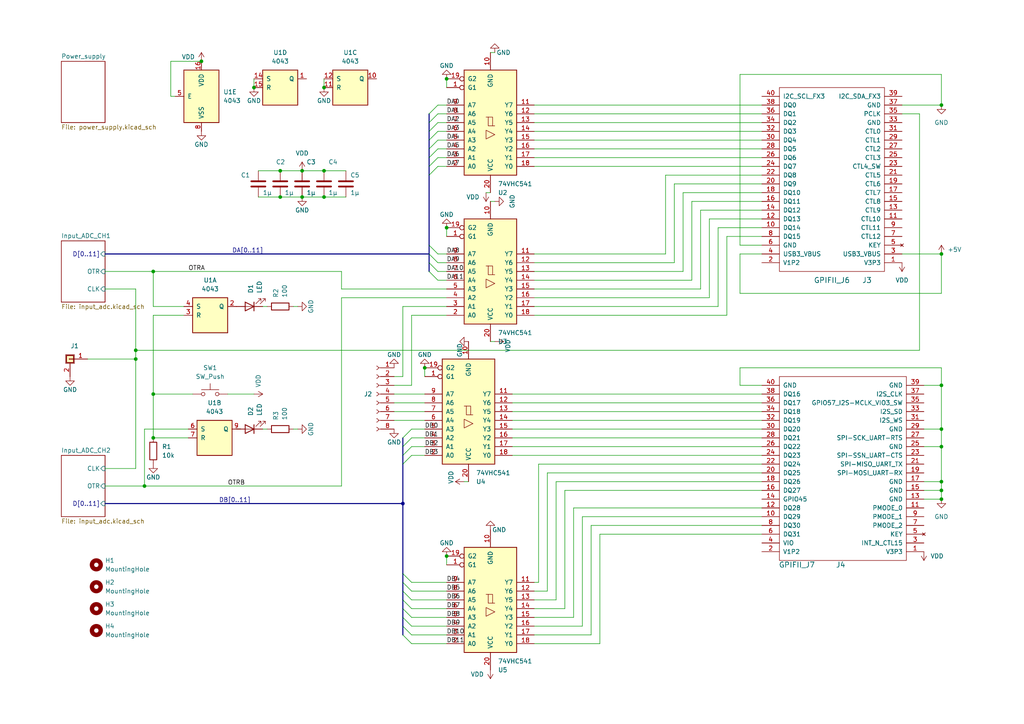
<source format=kicad_sch>
(kicad_sch (version 20230121) (generator eeschema)
  (paper "A4")
  (title_block (title "MISRC") (date "2023-11-22") (rev "0.0.5") (comment 1 "Digital Interface"))
  (lib_symbols
    (symbol "4043:4043" (pin_names (offset 1.016))
      (property "Reference" "U" (at -7.62 8.89 0))
      (property "Value" "4043" (at -7.62 -8.89 0))
      (symbol "4043_1_1"
        (rectangle (start -5.08 5.08) (end 5.08 -5.08) (stroke (width 0.254)) (fill (type background)))
        (pin output line (at 7.62 2.54 180) (length 2.54) (name "Q") (number "2"))
        (pin input line (at -7.62 0 0) (length 2.54) (name "R") (number "3"))
        (pin input line (at -7.62 2.54 0) (length 2.54) (name "S") (number "4"))
      )
      (symbol "4043_2_1"
        (rectangle (start -5.08 5.08) (end 5.08 -5.08) (stroke (width 0.254)) (fill (type background)))
        (pin input line (at -7.62 2.54 0) (length 2.54) (name "S") (number "6"))
        (pin input line (at -7.62 0 0) (length 2.54) (name "R") (number "7"))
        (pin output line (at 7.62 2.54 180) (length 2.54) (name "Q") (number "9"))
      )
      (symbol "4043_3_1"
        (rectangle (start -5.08 5.08) (end 5.08 -5.08) (stroke (width 0.254)) (fill (type background)))
        (pin output line (at 7.62 2.54 180) (length 2.54) (name "Q") (number "10"))
        (pin input line (at -7.62 0 0) (length 2.54) (name "R") (number "11"))
        (pin input line (at -7.62 2.54 0) (length 2.54) (name "S") (number "12"))
      )
      (symbol "4043_4_1"
        (rectangle (start -5.08 5.08) (end 5.08 -5.08) (stroke (width 0.254)) (fill (type background)))
        (pin output line (at 7.62 2.54 180) (length 2.54) (name "Q") (number "1"))
        (pin input line (at -7.62 2.54 0) (length 2.54) (name "S") (number "14"))
        (pin input line (at -7.62 0 0) (length 2.54) (name "R") (number "15"))
      )
      (symbol "4043_5_0"
        (pin power_in line (at 0 10.16 270) (length 2.54) (name "VDD") (number "16"))
        (pin input line (at -7.62 0 0) (length 2.54) (name "E") (number "5"))
        (pin power_in line (at 0 -10.16 90) (length 2.54) (name "VSS") (number "8"))
      )
      (symbol "4043_5_1"
        (rectangle (start -5.08 7.62) (end 5.08 -7.62) (stroke (width 0.254)) (fill (type background)))
      )
    )
    (symbol "74xx:74LS541" (pin_names (offset 1.016))
      (property "Reference" "U" (at -7.62 16.51 0))
      (property "Value" "74LS541" (at -7.62 -16.51 0))
      (symbol "74LS541_1_0"
        (polyline (pts (xy -0.635 -1.6002) (xy -0.635 0.9398) (xy 0.635 0.9398)))
        (polyline (pts (xy -1.27 -1.6002) (xy 0.635 -1.6002) (xy 0.635 0.9398) (xy 1.27 0.9398)))
        (polyline (pts (xy 1.27 3.4798) (xy -1.27 4.7498) (xy -1.27 2.2098) (xy 1.27 3.4798)) (stroke (width 0.1524)))
        (pin input inverted (at -12.7 -10.16 0) (length 5.08) (name "G1") (number "1"))
        (pin power_in line (at 0 -20.32 90) (length 5.08) (name "GND") (number "10"))
        (pin tri_state line (at 12.7 -5.08 180) (length 5.08) (name "Y7") (number "11"))
        (pin tri_state line (at 12.7 -2.54 180) (length 5.08) (name "Y6") (number "12"))
        (pin tri_state line (at 12.7 0 180) (length 5.08) (name "Y5") (number "13"))
        (pin tri_state line (at 12.7 2.54 180) (length 5.08) (name "Y4") (number "14"))
        (pin tri_state line (at 12.7 5.08 180) (length 5.08) (name "Y3") (number "15"))
        (pin tri_state line (at 12.7 7.62 180) (length 5.08) (name "Y2") (number "16"))
        (pin tri_state line (at 12.7 10.16 180) (length 5.08) (name "Y1") (number "17"))
        (pin tri_state line (at 12.7 12.7 180) (length 5.08) (name "Y0") (number "18"))
        (pin input inverted (at -12.7 -12.7 0) (length 5.08) (name "G2") (number "19"))
        (pin input line (at -12.7 12.7 0) (length 5.08) (name "A0") (number "2"))
        (pin power_in line (at 0 20.32 270) (length 5.08) (name "VCC") (number "20"))
        (pin input line (at -12.7 10.16 0) (length 5.08) (name "A1") (number "3"))
        (pin input line (at -12.7 7.62 0) (length 5.08) (name "A2") (number "4"))
        (pin input line (at -12.7 5.08 0) (length 5.08) (name "A3") (number "5"))
        (pin input line (at -12.7 2.54 0) (length 5.08) (name "A4") (number "6"))
        (pin input line (at -12.7 0 0) (length 5.08) (name "A5") (number "7"))
        (pin input line (at -12.7 -2.54 0) (length 5.08) (name "A6") (number "8"))
        (pin input line (at -12.7 -5.08 0) (length 5.08) (name "A7") (number "9"))
      )
      (symbol "74LS541_1_1"
        (rectangle (start -7.62 15.24) (end 7.62 -15.24) (stroke (width 0.254)) (fill (type background)))
      )
    )
    (symbol "Connector:Conn_01x08_Socket" (pin_names (offset 1.016) hide)
      (property "Reference" "J" (at 0 10.16 0))
      (property "Value" "Conn_01x08_Socket" (at 0 -12.7 0))
      (symbol "Conn_01x08_Socket_1_1"
        (arc (start 0 -9.652) (mid -0.5058 -10.16) (end 0 -10.668) (stroke (width 0.1524)))
        (arc (start 0 -7.112) (mid -0.5058 -7.62) (end 0 -8.128) (stroke (width 0.1524)))
        (arc (start 0 -4.572) (mid -0.5058 -5.08) (end 0 -5.588) (stroke (width 0.1524)))
        (arc (start 0 -2.032) (mid -0.5058 -2.54) (end 0 -3.048) (stroke (width 0.1524)))
        (polyline (pts (xy -1.27 -10.16) (xy -0.508 -10.16)) (stroke (width 0.1524)))
        (polyline (pts (xy -1.27 -7.62) (xy -0.508 -7.62)) (stroke (width 0.1524)))
        (polyline (pts (xy -1.27 -5.08) (xy -0.508 -5.08)) (stroke (width 0.1524)))
        (polyline (pts (xy -1.27 -2.54) (xy -0.508 -2.54)) (stroke (width 0.1524)))
        (polyline (pts (xy -1.27 0) (xy -0.508 0)) (stroke (width 0.1524)))
        (polyline (pts (xy -1.27 2.54) (xy -0.508 2.54)) (stroke (width 0.1524)))
        (polyline (pts (xy -1.27 5.08) (xy -0.508 5.08)) (stroke (width 0.1524)))
        (polyline (pts (xy -1.27 7.62) (xy -0.508 7.62)) (stroke (width 0.1524)))
        (arc (start 0 0.508) (mid -0.5058 0) (end 0 -0.508) (stroke (width 0.1524)))
        (arc (start 0 3.048) (mid -0.5058 2.54) (end 0 2.032) (stroke (width 0.1524)))
        (arc (start 0 5.588) (mid -0.5058 5.08) (end 0 4.572) (stroke (width 0.1524)))
        (arc (start 0 8.128) (mid -0.5058 7.62) (end 0 7.112) (stroke (width 0.1524)))
        (pin passive line (at -5.08 7.62 0) (length 3.81) (name "Pin_1") (number "1"))
        (pin passive line (at -5.08 5.08 0) (length 3.81) (name "Pin_2") (number "2"))
        (pin passive line (at -5.08 2.54 0) (length 3.81) (name "Pin_3") (number "3"))
        (pin passive line (at -5.08 0 0) (length 3.81) (name "Pin_4") (number "4"))
        (pin passive line (at -5.08 -2.54 0) (length 3.81) (name "Pin_5") (number "5"))
        (pin passive line (at -5.08 -5.08 0) (length 3.81) (name "Pin_6") (number "6"))
        (pin passive line (at -5.08 -7.62 0) (length 3.81) (name "Pin_7") (number "7"))
        (pin passive line (at -5.08 -10.16 0) (length 3.81) (name "Pin_8") (number "8"))
      )
    )
    (symbol "Connector_Generic_Shielded:Conn_01x01_Shielded" (pin_names (offset 1.016) hide)
      (property "Reference" "J1" (at -2.54 3.81 0))
      (symbol "Conn_01x01_Shielded_1_1"
        (rectangle (start -1.27 1.27) (end 1.27 -1.27) (stroke (width 0.1524)))
        (rectangle (start -1.016 0.127) (end 0.254 -0.127) (stroke (width 0.1524)))
        (rectangle (start -1.016 1.016) (end 1.016 -1.016) (stroke (width 0.254)) (fill (type background)))
        (pin passive line (at -5.08 0 0) (length 4.064) (name "Pin_1") (number "1"))
        (pin passive line (at 0 -5.08 90) (length 3.81) (name "Shield") (number "2"))
      )
    )
    (symbol "Device:C" (pin_numbers hide) (pin_names (offset 0.254))
      (property "Reference" "C" (at 0.635 2.54 0))
      (property "Value" "C" (at 0.635 -2.54 0))
      (symbol "C_0_1"
        (polyline (pts (xy -2.032 -0.762) (xy 2.032 -0.762)) (stroke (width 0.508)))
        (polyline (pts (xy -2.032 0.762) (xy 2.032 0.762)) (stroke (width 0.508)))
      )
      (symbol "C_1_1"
        (pin passive line (at 0 3.81 270) (length 2.794) (name "~") (number "1"))
        (pin passive line (at 0 -3.81 90) (length 2.794) (name "~") (number "2"))
      )
    )
    (symbol "Device:LED" (pin_numbers hide) (pin_names (offset 1.016) hide)
      (property "Reference" "D" (at 0 2.54 0))
      (property "Value" "LED" (at 0 -2.54 0))
      (symbol "LED_0_1"
        (polyline (pts (xy -1.27 -1.27) (xy -1.27 1.27)) (stroke (width 0.254)))
        (polyline (pts (xy -1.27 0) (xy 1.27 0)))
        (polyline (pts (xy 1.27 -1.27) (xy 1.27 1.27) (xy -1.27 0) (xy 1.27 -1.27)) (stroke (width 0.254)))
        (polyline (pts (xy -3.048 -0.762) (xy -4.572 -2.286) (xy -3.81 -2.286) (xy -4.572 -2.286) (xy -4.572 -1.524)))
        (polyline (pts (xy -1.778 -0.762) (xy -3.302 -2.286) (xy -2.54 -2.286) (xy -3.302 -2.286) (xy -3.302 -1.524)))
      )
      (symbol "LED_1_1"
        (pin passive line (at -3.81 0 0) (length 2.54) (name "K") (number "1"))
        (pin passive line (at 3.81 0 180) (length 2.54) (name "A") (number "2"))
      )
    )
    (symbol "Device:R" (pin_numbers hide) (pin_names (offset 0))
      (property "Reference" "R" (at 2.032 0 90))
      (property "Value" "R" (at 0 0 90))
      (symbol "R_0_1"
        (rectangle (start -1.016 -2.54) (end 1.016 2.54) (stroke (width 0.254)))
      )
      (symbol "R_1_1"
        (pin passive line (at 0 3.81 270) (length 1.27) (name "~") (number "1"))
        (pin passive line (at 0 -3.81 90) (length 1.27) (name "~") (number "2"))
      )
    )
    (symbol "Mechanical:MountingHole" (pin_names (offset 1.016))
      (property "Reference" "H" (at 0 5.08 0))
      (property "Value" "MountingHole" (at 0 3.175 0))
      (symbol "MountingHole_0_1"
        (circle (center 0 0) (radius 1.27) (stroke (width 1.27)))
      )
    )
    (symbol "Switch:SW_Push" (pin_numbers hide) (pin_names (offset 1.016) hide)
      (property "Reference" "SW" (at 1.27 2.54 0))
      (property "Value" "SW_Push" (at 0 -1.524 0))
      (symbol "SW_Push_0_1"
        (circle (center -2.032 0) (radius 0.508))
        (polyline (pts (xy 0 1.27) (xy 0 3.048)))
        (polyline (pts (xy 2.54 1.27) (xy -2.54 1.27)))
        (circle (center 2.032 0) (radius 0.508))
        (pin passive line (at -5.08 0 0) (length 2.54) (name "1") (number "1"))
        (pin passive line (at 5.08 0 180) (length 2.54) (name "2") (number "2"))
      )
    )
    (symbol "gpifii_j6:GPIFII_J6" (pin_names (offset 1.016))
      (property "Reference" "J" (at -13.97 26.67 0))
      (property "Value" "GPIFII_J6" (at -10.16 -29.21 0))
      (symbol "GPIFII_J6_0_1"
        (rectangle (start -15.24 25.4) (end 15.24 -27.94))
      )
      (symbol "GPIFII_J6_1_1"
        (pin power_in line (at -20.32 22.86 0) (length 5.08) (name "V3P3") (number "1"))
        (pin bidirectional line (at 20.32 12.7 180) (length 5.08) (name "DQ14") (number "10"))
        (pin bidirectional line (at -20.32 10.16 0) (length 5.08) (name "CTL10") (number "11"))
        (pin bidirectional line (at 20.32 10.16 180) (length 5.08) (name "DQ13") (number "12"))
        (pin bidirectional line (at -20.32 7.62 0) (length 5.08) (name "CTL9") (number "13"))
        (pin bidirectional line (at 20.32 7.62 180) (length 5.08) (name "DQ12") (number "14"))
        (pin bidirectional line (at -20.32 5.08 0) (length 5.08) (name "CTL8") (number "15"))
        (pin bidirectional line (at 20.32 5.08 180) (length 5.08) (name "DQ11") (number "16"))
        (pin bidirectional line (at -20.32 2.54 0) (length 5.08) (name "CTL7") (number "17"))
        (pin bidirectional line (at 20.32 2.54 180) (length 5.08) (name "DQ10") (number "18"))
        (pin bidirectional line (at -20.32 0 0) (length 5.08) (name "CTL6") (number "19"))
        (pin power_out line (at 20.32 22.86 180) (length 5.08) (name "V1P2") (number "2"))
        (pin bidirectional line (at 20.32 0 180) (length 5.08) (name "DQ9") (number "20"))
        (pin bidirectional line (at -20.32 -2.54 0) (length 5.08) (name "CTL5") (number "21"))
        (pin bidirectional line (at 20.32 -2.54 180) (length 5.08) (name "DQ8") (number "22"))
        (pin bidirectional line (at -20.32 -5.08 0) (length 5.08) (name "CTL4_SW") (number "23"))
        (pin bidirectional line (at 20.32 -5.08 180) (length 5.08) (name "DQ7") (number "24"))
        (pin bidirectional line (at -20.32 -7.62 0) (length 5.08) (name "CTL3") (number "25"))
        (pin bidirectional line (at 20.32 -7.62 180) (length 5.08) (name "DQ6") (number "26"))
        (pin bidirectional line (at -20.32 -10.16 0) (length 5.08) (name "CTL2") (number "27"))
        (pin bidirectional line (at 20.32 -10.16 180) (length 5.08) (name "DQ5") (number "28"))
        (pin bidirectional line (at -20.32 -12.7 0) (length 5.08) (name "CTL1") (number "29"))
        (pin power_in line (at -20.32 20.32 0) (length 5.08) (name "USB3_VBUS") (number "3"))
        (pin bidirectional line (at 20.32 -12.7 180) (length 5.08) (name "DQ4") (number "30"))
        (pin bidirectional line (at -20.32 -15.24 0) (length 5.08) (name "CTL0") (number "31"))
        (pin bidirectional line (at 20.32 -15.24 180) (length 5.08) (name "DQ3") (number "32"))
        (pin power_in line (at -20.32 -17.78 0) (length 5.08) (name "GND") (number "33"))
        (pin bidirectional line (at 20.32 -17.78 180) (length 5.08) (name "DQ2") (number "34"))
        (pin bidirectional line (at -20.32 -20.32 0) (length 5.08) (name "PCLK") (number "35"))
        (pin bidirectional line (at 20.32 -20.32 180) (length 5.08) (name "DQ1") (number "36"))
        (pin power_in line (at -20.32 -22.86 0) (length 5.08) (name "GND") (number "37"))
        (pin bidirectional line (at 20.32 -22.86 180) (length 5.08) (name "DQ0") (number "38"))
        (pin bidirectional line (at -20.32 -25.4 0) (length 5.08) (name "I2C_SDA_FX3") (number "39"))
        (pin power_in line (at 20.32 20.32 180) (length 5.08) (name "USB3_VBUS") (number "4"))
        (pin bidirectional line (at 20.32 -25.4 180) (length 5.08) (name "I2C_SCL_FX3") (number "40"))
        (pin no_connect line (at -20.32 17.78 0) (length 5.08) (name "KEY") (number "5"))
        (pin power_in line (at 20.32 17.78 180) (length 5.08) (name "GND") (number "6"))
        (pin bidirectional line (at -20.32 15.24 0) (length 5.08) (name "CTL12") (number "7"))
        (pin bidirectional line (at 20.32 15.24 180) (length 5.08) (name "DQ15") (number "8"))
        (pin bidirectional line (at -20.32 12.7 0) (length 5.08) (name "CTL11") (number "9"))
      )
    )
    (symbol "gpifii_j7:GPIFII_J7" (pin_names (offset 1.016))
      (property "Reference" "J" (at -17.78 26.67 0))
      (property "Value" "GPIFII_J7" (at -13.97 -29.21 0))
      (symbol "GPIFII_J7_0_1"
        (rectangle (start -19.05 25.4) (end 17.78 -27.94))
      )
      (symbol "GPIFII_J7_1_1"
        (pin power_in line (at -24.13 22.86 0) (length 5.08) (name "V3P3") (number "1"))
        (pin bidirectional line (at 22.86 12.7 180) (length 5.08) (name "DQ29") (number "10"))
        (pin bidirectional line (at -24.13 10.16 0) (length 5.08) (name "PMODE_0") (number "11"))
        (pin bidirectional line (at 22.86 10.16 180) (length 5.08) (name "DQ28") (number "12"))
        (pin power_in line (at -24.13 7.62 0) (length 5.08) (name "GND") (number "13"))
        (pin bidirectional line (at 22.86 7.62 180) (length 5.08) (name "GPIO45") (number "14"))
        (pin power_in line (at -24.13 5.08 0) (length 5.08) (name "GND") (number "15"))
        (pin bidirectional line (at 22.86 5.08 180) (length 5.08) (name "DQ27") (number "16"))
        (pin power_in line (at -24.13 2.54 0) (length 5.08) (name "GND") (number "17"))
        (pin bidirectional line (at 22.86 2.54 180) (length 5.08) (name "DQ26") (number "18"))
        (pin bidirectional line (at -24.13 0 0) (length 5.08) (name "SPI-MOSI_UART-RX") (number "19"))
        (pin power_in line (at 22.86 22.86 180) (length 5.08) (name "V1P2") (number "2"))
        (pin bidirectional line (at 22.86 0 180) (length 5.08) (name "DQ25") (number "20"))
        (pin bidirectional line (at -24.13 -2.54 0) (length 5.08) (name "SPI-MISO_UART_TX") (number "21"))
        (pin bidirectional line (at 22.86 -2.54 180) (length 5.08) (name "DQ24") (number "22"))
        (pin bidirectional line (at -24.13 -5.08 0) (length 5.08) (name "SPI-SSN_UART-CTS") (number "23"))
        (pin bidirectional line (at 22.86 -5.08 180) (length 5.08) (name "DQ23") (number "24"))
        (pin power_in line (at -24.13 -7.62 0) (length 5.08) (name "GND") (number "25"))
        (pin bidirectional line (at 22.86 -7.62 180) (length 5.08) (name "DQ22") (number "26"))
        (pin bidirectional line (at -24.13 -10.16 0) (length 5.08) (name "SPI-SCK_UART-RTS") (number "27"))
        (pin bidirectional line (at 22.86 -10.16 180) (length 5.08) (name "DQ21") (number "28"))
        (pin power_in line (at -24.13 -12.7 0) (length 5.08) (name "GND") (number "29"))
        (pin bidirectional line (at -24.13 20.32 0) (length 5.08) (name "INT_N_CTL15") (number "3"))
        (pin bidirectional line (at 22.86 -12.7 180) (length 5.08) (name "DQ20") (number "30"))
        (pin bidirectional line (at -24.13 -15.24 0) (length 5.08) (name "I2S_WS") (number "31"))
        (pin bidirectional line (at 22.86 -15.24 180) (length 5.08) (name "DQ19") (number "32"))
        (pin bidirectional line (at -24.13 -17.78 0) (length 5.08) (name "I2S_SD") (number "33"))
        (pin bidirectional line (at 22.86 -17.78 180) (length 5.08) (name "DQ18") (number "34"))
        (pin bidirectional line (at -24.13 -20.32 0) (length 5.08) (name "GPIO57_I2S-MCLK_VIO3_SW") (number "35"))
        (pin bidirectional line (at 22.86 -20.32 180) (length 5.08) (name "DQ17") (number "36"))
        (pin bidirectional line (at -24.13 -22.86 0) (length 5.08) (name "I2S_CLK") (number "37"))
        (pin bidirectional line (at 22.86 -22.86 180) (length 5.08) (name "DQ16") (number "38"))
        (pin power_in line (at -24.13 -25.4 0) (length 5.08) (name "GND") (number "39"))
        (pin power_out line (at 22.86 20.32 180) (length 5.08) (name "VIO") (number "4"))
        (pin power_in line (at 22.86 -25.4 180) (length 5.08) (name "GND") (number "40"))
        (pin no_connect line (at -24.13 17.78 0) (length 5.08) (name "KEY") (number "5"))
        (pin bidirectional line (at 22.86 17.78 180) (length 5.08) (name "DQ31") (number "6"))
        (pin bidirectional line (at -24.13 15.24 0) (length 5.08) (name "PMODE_2") (number "7"))
        (pin bidirectional line (at 22.86 15.24 180) (length 5.08) (name "DQ30") (number "8"))
        (pin bidirectional line (at -24.13 12.7 0) (length 5.08) (name "PMODE_1") (number "9"))
      )
    )
    (symbol "power:+5V" (power) (pin_names (offset 0))
      (property "Value" "+5V" (at 0 3.556 0))
      (symbol "+5V_0_1"
        (polyline (pts (xy -0.762 1.27) (xy 0 2.54)))
        (polyline (pts (xy 0 0) (xy 0 2.54)))
        (polyline (pts (xy 0 2.54) (xy 0.762 1.27)))
      )
      (symbol "+5V_1_1"
        (pin power_in line (at 0 0 90) (length 0) hide (name "+5V") (number "1"))
      )
    )
    (symbol "power:GND" (power) (pin_names (offset 0))
      (property "Value" "GND" (at 0 -3.81 0))
      (symbol "GND_0_1"
        (polyline (pts (xy 0 0) (xy 0 -1.27) (xy 1.27 -1.27) (xy 0 -2.54) (xy -1.27 -1.27) (xy 0 -1.27)))
      )
      (symbol "GND_1_1"
        (pin power_in line (at 0 0 270) (length 0) hide (name "GND") (number "1"))
      )
    )
    (symbol "power:VDD" (power) (pin_names (offset 0))
      (property "Value" "VDD" (at 0 3.81 0))
      (symbol "VDD_0_1"
        (polyline (pts (xy -0.762 1.27) (xy 0 2.54)))
        (polyline (pts (xy 0 0) (xy 0 2.54)))
        (polyline (pts (xy 0 2.54) (xy 0.762 1.27)))
      )
      (symbol "VDD_1_1"
        (pin power_in line (at 0 0 90) (length 0) hide (name "VDD") (number "1"))
      )
    )
  )
  (junction (at 44.45 78.74))
  (junction (at 273.05 111.76))
  (junction (at 39.37 101.6))
  (junction (at 87.63 57.15))
  (junction (at 81.28 49.53))
  (junction (at 129.54 161.29))
  (junction (at 39.37 104.14))
  (junction (at 93.98 57.15))
  (junction (at 273.05 144.78))
  (junction (at 73.66 25.4))
  (junction (at 123.19 106.68))
  (junction (at 58.42 17.78))
  (junction (at 116.84 146.05))
  (junction (at 129.54 22.86))
  (junction (at 44.45 127))
  (junction (at 129.54 66.04))
  (junction (at 273.05 129.54))
  (junction (at 93.98 49.53))
  (junction (at 273.05 30.48))
  (junction (at 87.63 49.53))
  (junction (at 93.98 25.4))
  (junction (at 44.45 114.3))
  (junction (at 81.28 57.15))
  (junction (at 273.05 142.24))
  (junction (at 273.05 139.7))
  (junction (at 41.91 140.97))
  (junction (at 273.05 73.66))
  (junction (at 273.05 124.46))
  (bus_entry (at 124.46 43.18) (size 2.54 -2.54))
  (bus_entry (at 116.84 134.62) (size 2.54 -2.54))
  (bus_entry (at 116.84 132.08) (size 2.54 -2.54))
  (bus_entry (at 116.84 171.45) (size 2.54 2.54))
  (bus_entry (at 124.46 50.8) (size 2.54 -2.54))
  (bus_entry (at 116.84 129.54) (size 2.54 -2.54))
  (bus_entry (at 124.46 73.66) (size 2.54 2.54))
  (bus_entry (at 116.84 176.53) (size 2.54 2.54))
  (bus_entry (at 116.84 184.15) (size 2.54 2.54))
  (bus_entry (at 124.46 38.1) (size 2.54 -2.54))
  (bus_entry (at 124.46 78.74) (size 2.54 2.54))
  (bus_entry (at 124.46 35.56) (size 2.54 -2.54))
  (bus_entry (at 124.46 71.12) (size 2.54 2.54))
  (bus_entry (at 116.84 179.07) (size 2.54 2.54))
  (bus_entry (at 124.46 48.26) (size 2.54 -2.54))
  (bus_entry (at 116.84 166.37) (size 2.54 2.54))
  (bus_entry (at 116.84 168.91) (size 2.54 2.54))
  (bus_entry (at 124.46 33.02) (size 2.54 -2.54))
  (bus_entry (at 116.84 173.99) (size 2.54 2.54))
  (bus_entry (at 124.46 45.72) (size 2.54 -2.54))
  (bus_entry (at 116.84 127) (size 2.54 -2.54))
  (bus_entry (at 124.46 40.64) (size 2.54 -2.54))
  (bus_entry (at 116.84 181.61) (size 2.54 2.54))
  (bus_entry (at 124.46 76.2) (size 2.54 2.54))
  (wire (pts (xy 195.58 53.34) (xy 195.58 76.2)))
  (wire (pts (xy 220.98 147.32) (xy 166.37 147.32)))
  (wire (pts (xy 203.2 60.96) (xy 220.98 60.96)))
  (wire (pts (xy 127 73.66) (xy 129.54 73.66)))
  (wire (pts (xy 116.84 88.9) (xy 116.84 109.22)))
  (wire (pts (xy 148.59 119.38) (xy 220.98 119.38)))
  (wire (pts (xy 273.05 111.76) (xy 267.97 111.76)))
  (wire (pts (xy 87.63 57.15) (xy 93.98 57.15)))
  (wire (pts (xy 73.66 22.86) (xy 73.66 25.4)))
  (wire (pts (xy 143.51 58.42) (xy 142.24 58.42)))
  (bus (pts (xy 116.84 173.99) (xy 116.84 176.53)))
  (wire (pts (xy 171.45 152.4) (xy 171.45 184.15)))
  (bus (pts (xy 124.46 38.1) (xy 124.46 40.64)))
  (wire (pts (xy 203.2 60.96) (xy 203.2 83.82)))
  (wire (pts (xy 129.54 163.83) (xy 129.54 161.29)))
  (wire (pts (xy 116.84 109.22) (xy 114.3 109.22)))
  (wire (pts (xy 154.94 176.53) (xy 163.83 176.53)))
  (bus (pts (xy 116.84 179.07) (xy 116.84 181.61)))
  (wire (pts (xy 261.62 30.48) (xy 273.05 30.48)))
  (wire (pts (xy 161.29 139.7) (xy 161.29 173.99)))
  (wire (pts (xy 116.84 88.9) (xy 129.54 88.9)))
  (wire (pts (xy 261.62 33.02) (xy 266.7 33.02)))
  (wire (pts (xy 127 40.64) (xy 129.54 40.64)))
  (wire (pts (xy 154.94 88.9) (xy 208.28 88.9)))
  (wire (pts (xy 114.3 114.3) (xy 123.19 114.3)))
  (wire (pts (xy 114.3 111.76) (xy 119.38 111.76)))
  (wire (pts (xy 273.05 129.54) (xy 273.05 124.46)))
  (wire (pts (xy 154.94 73.66) (xy 193.04 73.66)))
  (wire (pts (xy 30.48 140.97) (xy 41.91 140.97)))
  (bus (pts (xy 124.46 43.18) (xy 124.46 45.72)))
  (wire (pts (xy 119.38 176.53) (xy 129.54 176.53)))
  (wire (pts (xy 54.61 124.46) (xy 41.91 124.46)))
  (wire (pts (xy 154.94 83.82) (xy 203.2 83.82)))
  (wire (pts (xy 119.38 129.54) (xy 123.19 129.54)))
  (bus (pts (xy 116.84 129.54) (xy 116.84 132.08)))
  (wire (pts (xy 114.3 121.92) (xy 123.19 121.92)))
  (wire (pts (xy 140.97 55.88) (xy 142.24 55.88)))
  (wire (pts (xy 85.09 88.9) (xy 86.36 88.9)))
  (wire (pts (xy 76.2 88.9) (xy 77.47 88.9)))
  (wire (pts (xy 39.37 135.89) (xy 39.37 104.14)))
  (wire (pts (xy 66.04 114.3) (xy 73.66 114.3)))
  (wire (pts (xy 129.54 25.4) (xy 129.54 22.86)))
  (wire (pts (xy 87.63 49.53) (xy 93.98 49.53)))
  (wire (pts (xy 154.94 38.1) (xy 220.98 38.1)))
  (wire (pts (xy 41.91 140.97) (xy 99.06 140.97)))
  (wire (pts (xy 154.94 45.72) (xy 220.98 45.72)))
  (wire (pts (xy 127 81.28) (xy 129.54 81.28)))
  (wire (pts (xy 99.06 83.82) (xy 99.06 78.74)))
  (wire (pts (xy 44.45 78.74) (xy 44.45 88.9)))
  (wire (pts (xy 154.94 181.61) (xy 168.91 181.61)))
  (wire (pts (xy 69.85 124.46) (xy 68.58 124.46)))
  (wire (pts (xy 161.29 139.7) (xy 220.98 139.7)))
  (wire (pts (xy 30.48 78.74) (xy 44.45 78.74)))
  (bus (pts (xy 116.84 127) (xy 116.84 129.54)))
  (wire (pts (xy 119.38 171.45) (xy 129.54 171.45)))
  (wire (pts (xy 127 45.72) (xy 129.54 45.72)))
  (wire (pts (xy 154.94 91.44) (xy 210.82 91.44)))
  (wire (pts (xy 154.94 48.26) (xy 220.98 48.26)))
  (bus (pts (xy 116.84 134.62) (xy 116.84 146.05)))
  (wire (pts (xy 74.93 49.53) (xy 81.28 49.53)))
  (wire (pts (xy 214.63 73.66) (xy 220.98 73.66)))
  (wire (pts (xy 173.99 154.94) (xy 173.99 186.69)))
  (wire (pts (xy 49.53 17.78) (xy 58.42 17.78)))
  (wire (pts (xy 273.05 111.76) (xy 273.05 106.68)))
  (wire (pts (xy 214.63 71.12) (xy 220.98 71.12)))
  (wire (pts (xy 30.48 83.82) (xy 39.37 83.82)))
  (wire (pts (xy 158.75 137.16) (xy 158.75 171.45)))
  (wire (pts (xy 119.38 181.61) (xy 129.54 181.61)))
  (bus (pts (xy 124.46 71.12) (xy 124.46 73.66)))
  (wire (pts (xy 163.83 142.24) (xy 220.98 142.24)))
  (wire (pts (xy 214.63 85.09) (xy 214.63 73.66)))
  (wire (pts (xy 200.66 58.42) (xy 200.66 81.28)))
  (bus (pts (xy 116.84 168.91) (xy 116.84 171.45)))
  (wire (pts (xy 142.24 99.06) (xy 143.51 99.06)))
  (wire (pts (xy 210.82 68.58) (xy 220.98 68.58)))
  (wire (pts (xy 210.82 68.58) (xy 210.82 91.44)))
  (wire (pts (xy 195.58 53.34) (xy 220.98 53.34)))
  (wire (pts (xy 81.28 49.53) (xy 87.63 49.53)))
  (wire (pts (xy 156.21 168.91) (xy 154.94 168.91)))
  (wire (pts (xy 214.63 111.76) (xy 220.98 111.76)))
  (wire (pts (xy 148.59 116.84) (xy 220.98 116.84)))
  (wire (pts (xy 119.38 186.69) (xy 129.54 186.69)))
  (wire (pts (xy 99.06 140.97) (xy 99.06 86.36)))
  (wire (pts (xy 267.97 144.78) (xy 273.05 144.78)))
  (wire (pts (xy 154.94 30.48) (xy 220.98 30.48)))
  (wire (pts (xy 154.94 43.18) (xy 220.98 43.18)))
  (bus (pts (xy 116.84 132.08) (xy 116.84 134.62)))
  (wire (pts (xy 25.4 104.14) (xy 39.37 104.14)))
  (wire (pts (xy 148.59 129.54) (xy 220.98 129.54)))
  (wire (pts (xy 200.66 58.42) (xy 220.98 58.42)))
  (wire (pts (xy 93.98 57.15) (xy 100.33 57.15)))
  (wire (pts (xy 154.94 35.56) (xy 220.98 35.56)))
  (wire (pts (xy 93.98 49.53) (xy 100.33 49.53)))
  (wire (pts (xy 220.98 152.4) (xy 171.45 152.4)))
  (wire (pts (xy 119.38 173.99) (xy 129.54 173.99)))
  (wire (pts (xy 148.59 127) (xy 220.98 127)))
  (wire (pts (xy 44.45 91.44) (xy 53.34 91.44)))
  (wire (pts (xy 44.45 114.3) (xy 55.88 114.3)))
  (wire (pts (xy 154.94 33.02) (xy 220.98 33.02)))
  (wire (pts (xy 76.2 124.46) (xy 77.47 124.46)))
  (wire (pts (xy 119.38 132.08) (xy 123.19 132.08)))
  (wire (pts (xy 193.04 50.8) (xy 220.98 50.8)))
  (wire (pts (xy 154.94 173.99) (xy 161.29 173.99)))
  (wire (pts (xy 273.05 139.7) (xy 267.97 139.7)))
  (wire (pts (xy 148.59 124.46) (xy 220.98 124.46)))
  (bus (pts (xy 116.84 171.45) (xy 116.84 173.99)))
  (bus (pts (xy 124.46 50.8) (xy 124.46 71.12)))
  (bus (pts (xy 116.84 181.61) (xy 116.84 184.15)))
  (bus (pts (xy 30.48 73.66) (xy 124.46 73.66)))
  (wire (pts (xy 266.7 33.02) (xy 266.7 101.6)))
  (wire (pts (xy 127 78.74) (xy 129.54 78.74)))
  (wire (pts (xy 154.94 78.74) (xy 198.12 78.74)))
  (wire (pts (xy 154.94 76.2) (xy 195.58 76.2)))
  (wire (pts (xy 163.83 142.24) (xy 163.83 176.53)))
  (wire (pts (xy 193.04 50.8) (xy 193.04 73.66)))
  (wire (pts (xy 99.06 86.36) (xy 129.54 86.36)))
  (wire (pts (xy 143.51 15.24) (xy 142.24 15.24)))
  (bus (pts (xy 124.46 40.64) (xy 124.46 43.18)))
  (wire (pts (xy 273.05 21.59) (xy 273.05 30.48)))
  (bus (pts (xy 116.84 166.37) (xy 116.84 168.91)))
  (wire (pts (xy 205.74 63.5) (xy 220.98 63.5)))
  (wire (pts (xy 127 76.2) (xy 129.54 76.2)))
  (bus (pts (xy 116.84 176.53) (xy 116.84 179.07)))
  (wire (pts (xy 39.37 83.82) (xy 39.37 101.6)))
  (wire (pts (xy 154.94 184.15) (xy 171.45 184.15)))
  (wire (pts (xy 220.98 149.86) (xy 168.91 149.86)))
  (wire (pts (xy 198.12 55.88) (xy 198.12 78.74)))
  (wire (pts (xy 208.28 66.04) (xy 208.28 88.9)))
  (wire (pts (xy 148.59 114.3) (xy 220.98 114.3)))
  (wire (pts (xy 81.28 57.15) (xy 87.63 57.15)))
  (bus (pts (xy 30.48 146.05) (xy 116.84 146.05)))
  (wire (pts (xy 148.59 121.92) (xy 220.98 121.92)))
  (wire (pts (xy 205.74 63.5) (xy 205.74 86.36)))
  (wire (pts (xy 220.98 66.04) (xy 208.28 66.04)))
  (wire (pts (xy 156.21 134.62) (xy 220.98 134.62)))
  (wire (pts (xy 214.63 21.59) (xy 273.05 21.59)))
  (wire (pts (xy 114.3 119.38) (xy 123.19 119.38)))
  (wire (pts (xy 166.37 147.32) (xy 166.37 179.07)))
  (wire (pts (xy 273.05 73.66) (xy 273.05 85.09)))
  (wire (pts (xy 127 35.56) (xy 129.54 35.56)))
  (wire (pts (xy 273.05 142.24) (xy 267.97 142.24)))
  (wire (pts (xy 127 30.48) (xy 129.54 30.48)))
  (bus (pts (xy 124.46 35.56) (xy 124.46 38.1)))
  (wire (pts (xy 119.38 91.44) (xy 129.54 91.44)))
  (wire (pts (xy 273.05 124.46) (xy 273.05 111.76)))
  (wire (pts (xy 93.98 22.86) (xy 93.98 25.4)))
  (wire (pts (xy 273.05 144.78) (xy 273.05 142.24)))
  (wire (pts (xy 154.94 186.69) (xy 173.99 186.69)))
  (wire (pts (xy 119.38 111.76) (xy 119.38 91.44)))
  (wire (pts (xy 74.93 57.15) (xy 81.28 57.15)))
  (wire (pts (xy 198.12 55.88) (xy 220.98 55.88)))
  (wire (pts (xy 154.94 81.28) (xy 200.66 81.28)))
  (wire (pts (xy 148.59 132.08) (xy 220.98 132.08)))
  (wire (pts (xy 154.94 40.64) (xy 220.98 40.64)))
  (wire (pts (xy 168.91 149.86) (xy 168.91 181.61)))
  (wire (pts (xy 39.37 135.89) (xy 30.48 135.89)))
  (wire (pts (xy 39.37 101.6) (xy 39.37 104.14)))
  (bus (pts (xy 116.84 146.05) (xy 116.84 166.37)))
  (wire (pts (xy 50.8 27.94) (xy 49.53 27.94)))
  (wire (pts (xy 41.91 124.46) (xy 41.91 140.97)))
  (wire (pts (xy 44.45 114.3) (xy 44.45 91.44)))
  (wire (pts (xy 49.53 27.94) (xy 49.53 17.78)))
  (wire (pts (xy 119.38 179.07) (xy 129.54 179.07)))
  (wire (pts (xy 214.63 85.09) (xy 273.05 85.09)))
  (wire (pts (xy 44.45 127) (xy 44.45 114.3)))
  (wire (pts (xy 154.94 86.36) (xy 205.74 86.36)))
  (wire (pts (xy 119.38 124.46) (xy 123.19 124.46)))
  (wire (pts (xy 273.05 142.24) (xy 273.05 139.7)))
  (bus (pts (xy 124.46 48.26) (xy 124.46 50.8)))
  (wire (pts (xy 127 33.02) (xy 129.54 33.02)))
  (wire (pts (xy 85.09 124.46) (xy 86.36 124.46)))
  (wire (pts (xy 261.62 73.66) (xy 273.05 73.66)))
  (wire (pts (xy 214.63 106.68) (xy 273.05 106.68)))
  (wire (pts (xy 134.62 139.7) (xy 135.89 139.7)))
  (wire (pts (xy 158.75 137.16) (xy 220.98 137.16)))
  (wire (pts (xy 119.38 127) (xy 123.19 127)))
  (wire (pts (xy 129.54 83.82) (xy 99.06 83.82)))
  (wire (pts (xy 129.54 68.58) (xy 129.54 66.04)))
  (wire (pts (xy 154.94 171.45) (xy 158.75 171.45)))
  (wire (pts (xy 173.99 154.94) (xy 220.98 154.94)))
  (wire (pts (xy 123.19 109.22) (xy 123.19 106.68)))
  (wire (pts (xy 44.45 88.9) (xy 53.34 88.9)))
  (wire (pts (xy 273.05 129.54) (xy 267.97 129.54)))
  (wire (pts (xy 119.38 168.91) (xy 129.54 168.91)))
  (wire (pts (xy 127 43.18) (xy 129.54 43.18)))
  (wire (pts (xy 127 38.1) (xy 129.54 38.1)))
  (wire (pts (xy 154.94 179.07) (xy 166.37 179.07)))
  (bus (pts (xy 124.46 33.02) (xy 124.46 35.56)))
  (wire (pts (xy 114.3 116.84) (xy 123.19 116.84)))
  (wire (pts (xy 156.21 134.62) (xy 156.21 168.91)))
  (wire (pts (xy 273.05 139.7) (xy 273.05 129.54)))
  (bus (pts (xy 124.46 73.66) (xy 124.46 76.2)))
  (bus (pts (xy 124.46 76.2) (xy 124.46 78.74)))
  (bus (pts (xy 124.46 45.72) (xy 124.46 48.26)))
  (wire (pts (xy 214.63 21.59) (xy 214.63 71.12)))
  (wire (pts (xy 273.05 124.46) (xy 267.97 124.46)))
  (wire (pts (xy 54.61 127) (xy 44.45 127)))
  (wire (pts (xy 127 48.26) (xy 129.54 48.26)))
  (wire (pts (xy 39.37 101.6) (xy 266.7 101.6)))
  (wire (pts (xy 214.63 106.68) (xy 214.63 111.76)))
  (wire (pts (xy 119.38 184.15) (xy 129.54 184.15)))
  (wire (pts (xy 44.45 78.74) (xy 99.06 78.74)))
  (label "DA1" (at 129.54 33.02 0))
  (label "DA9" (at 129.54 76.2 0))
  (label "DB10" (at 129.54 184.15 0))
  (label "DB[0..11]" (at 63.5 146.05 0))
  (label "DA8" (at 129.54 73.66 0))
  (label "DA5" (at 129.54 43.18 0))
  (label "DB6" (at 129.54 173.99 0))
  (label "DA2" (at 129.54 35.56 0))
  (label "DA6" (at 129.54 45.72 0))
  (label "DB3" (at 123.19 132.08 0))
  (label "DA3" (at 129.54 38.1 0))
  (label "OTRB" (at 66.04 140.97 0))
  (label "DB2" (at 123.19 129.54 0))
  (label "DA4" (at 129.54 40.64 0))
  (label "DB1" (at 123.19 127 0))
  (label "DB0" (at 123.19 124.46 0))
  (label "DB9" (at 129.54 181.61 0))
  (label "DA0" (at 129.54 30.48 0))
  (label "DB11" (at 129.54 186.69 0))
  (label "DA7" (at 129.54 48.26 0))
  (label "DA[0..11]" (at 67.31 73.66 0))
  (label "DB7" (at 129.54 176.53 0))
  (label "OTRA" (at 54.61 78.74 0))
  (label "DB8" (at 129.54 179.07 0))
  (label "DB5" (at 129.54 171.45 0))
  (label "DA11" (at 129.54 81.28 0))
  (label "DB4" (at 129.54 168.91 0))
  (label "DA10" (at 129.54 78.74 0))
  (symbol (lib_id "Device:C") (at 93.98 53.34 0) (unit 1)
    (property "Reference" "C4" (at 95.25 46.99 0) (effects (justify left)))
    (property "Value" "1µ" (at 95.25 55.88 0) (effects (justify left)))
    (property "Footprint" "Capacitor_SMD:C_0805_2012Metric" (effects hide))
  )
  (symbol (lib_id "Device:C") (at 81.28 53.34 0) (unit 1)
    (property "Reference" "C2" (at 80.01 46.99 0) (effects (justify left)))
    (property "Value" "1µ" (at 82.55 55.88 0) (effects (justify left)))
    (property "Footprint" "Capacitor_SMD:C_0805_2012Metric" (effects hide))
  )
  (symbol (lib_id "power:GND") (at 135.89 99.06 270) (mirror x) (unit 1)
    (property "Reference" "#PWR017" (effects hide))
    (property "Value" "GND" (at 133.35 101.6 0))
  )
  (symbol (lib_id "74xx:74LS541") (at 135.89 119.38 0) (mirror x) (unit 1)
    (property "Reference" "U4" (at 138.0841 139.7 0) (effects (justify left)))
    (property "Value" "74VHC541" (at 138.0841 137.16 0) (effects (justify left)))
    (property "Footprint" "Package_SO:SOIC-20W_7.5x12.8mm_P1.27mm" (effects hide))
    (property "Datasheet" "http://www.ti.com/lit/gpn/sn74LS541" (effects hide))
  )
  (symbol (lib_id "power:VDD") (at 140.97 55.88 0) (mirror x) (unit 1)
    (property "Reference" "#PWR016" (effects hide))
    (property "Value" "VDD" (at 137.16 57.15 0))
  )
  (symbol (lib_id "power:GND") (at 58.42 38.1 0) (unit 1)
    (property "Reference" "#PWR04" (effects hide))
    (property "Value" "GND" (at 58.42 41.91 0))
  )
  (symbol (lib_id "Mechanical:MountingHole") (at 27.94 163.83 0) (unit 1)
    (property "Reference" "H1" (at 30.48 162.56 0) (effects (justify left)))
    (property "Value" "MountingHole" (at 30.48 165.1 0) (effects (justify left)))
    (property "Footprint" "MountingHole:MountingHole_3.2mm_M3" (effects hide))
  )
  (symbol (lib_id "power:GND") (at 20.32 109.22 0) (unit 1)
    (property "Reference" "#PWR01" (effects hide))
    (property "Value" "GND" (at 20.32 113.03 0))
  )
  (symbol (lib_id "4043:4043") (at 60.96 91.44 0) (unit 1)
    (property "Reference" "U1" (at 60.96 81.28 0))
    (property "Value" "4043" (at 60.96 83.82 0))
    (property "Footprint" "Package_SO:SO-16_3.9x9.9mm_P1.27mm" (effects hide))
    (property "Datasheet" "http://www.onsemi.com/pub/Collateral/MC14043B-D.PDF" (effects hide))
  )
  (symbol (lib_id "power:GND") (at 123.19 106.68 0) (mirror x) (unit 1)
    (property "Reference" "#PWR012" (effects hide))
    (property "Value" "GND" (at 123.19 102.87 0))
  )
  (symbol (lib_id "4043:4043") (at 62.23 127 0) (unit 2)
    (property "Reference" "U1" (at 62.23 116.84 0))
    (property "Value" "4043" (at 62.23 119.38 0))
    (property "Footprint" "Package_SO:SO-16_3.9x9.9mm_P1.27mm" (effects hide))
    (property "Datasheet" "http://www.onsemi.com/pub/Collateral/MC14043B-D.PDF" (effects hide))
  )
  (symbol (lib_id "Device:C") (at 100.33 53.34 0) (unit 1)
    (property "Reference" "C5" (at 101.6 50.8 0) (effects (justify left)))
    (property "Value" "1µ" (at 101.6 55.88 0) (effects (justify left)))
    (property "Footprint" "Capacitor_SMD:C_0805_2012Metric" (effects hide))
  )
  (symbol (lib_id "power:VDD") (at 267.97 160.02 180) (unit 1)
    (property "Reference" "#PWR023" (effects hide))
    (property "Value" "VDD" (at 271.78 161.29 0))
  )
  (symbol (lib_id "Switch:SW_Push") (at 60.96 114.3 0) (unit 1)
    (property "Reference" "SW1" (at 60.96 106.68 0))
    (property "Value" "SW_Push" (at 60.96 109.22 0))
    (property "Footprint" "Button_Switch_SMD:SW_SPST_EVQP0" (effects hide))
  )
  (symbol (lib_id "power:GND") (at 273.05 30.48 0) (unit 1)
    (property "Reference" "#PWR024" (effects hide))
    (property "Value" "GND" (at 273.05 35.56 0))
  )
  (symbol (lib_id "Mechanical:MountingHole") (at 27.94 170.18 0) (unit 1)
    (property "Reference" "H2" (at 30.48 168.91 0) (effects (justify left)))
    (property "Value" "MountingHole" (at 30.48 171.45 0) (effects (justify left)))
    (property "Footprint" "MountingHole:MountingHole_3.2mm_M3" (effects hide))
  )
  (symbol (lib_id "power:VDD") (at 261.62 76.2 180) (unit 1)
    (property "Reference" "#PWR022" (effects hide))
    (property "Value" "VDD" (at 261.62 81.28 0))
  )
  (symbol (lib_id "power:GND") (at 44.45 134.62 0) (unit 1)
    (property "Reference" "#PWR02" (effects hide))
    (property "Value" "GND" (at 44.45 138.43 0))
  )
  (symbol (lib_id "power:GND") (at 114.3 106.68 180) (unit 1)
    (property "Reference" "#PWR0236" (effects hide))
    (property "Value" "GND" (at 114.3 102.87 0))
  )
  (symbol (lib_id "power:VDD") (at 87.63 49.53 0) (unit 1)
    (property "Reference" "#PWR08" (effects hide))
    (property "Value" "VDD" (at 87.63 44.45 0))
  )
  (symbol (lib_id "power:GND") (at 86.36 124.46 90) (unit 1)
    (property "Reference" "#PWR07" (effects hide))
    (property "Value" "GND" (at 90.17 124.46 0))
  )
  (symbol (lib_id "power:VDD") (at 143.51 99.06 270) (mirror x) (unit 1)
    (property "Reference" "#PWR014" (effects hide))
    (property "Value" "VDD" (at 147.32 100.33 0))
  )
  (symbol (lib_id "Mechanical:MountingHole") (at 27.94 182.88 0) (unit 1)
    (property "Reference" "H4" (at 30.48 181.61 0) (effects (justify left)))
    (property "Value" "MountingHole" (at 30.48 184.15 0) (effects (justify left)))
    (property "Footprint" "MountingHole:MountingHole_3.2mm_M3" (effects hide))
  )
  (symbol (lib_id "power:VDD") (at 134.62 139.7 90) (mirror x) (unit 1)
    (property "Reference" "#PWR015" (effects hide))
    (property "Value" "VDD" (at 130.81 138.43 0))
  )
  (symbol (lib_id "gpifii_j6:GPIFII_J6") (at 241.3 53.34 180) (unit 1)
    (property "Reference" "J3" (at 251.46 81.28 0) (effects (font (size 1.524 1.524))))
    (property "Value" "GPIFII_J6" (at 241.3 81.28 0) (effects (font (size 1.524 1.524))))
    (property "Footprint" "Connector_PinHeader_2.54mm:PinHeader_2x20_P2.54mm_Vertical" (effects hide))
  )
  (symbol (lib_id "power:GND") (at 93.98 25.4 0) (unit 1)
    (property "Reference" "#PWR0238" (effects hide))
    (property "Value" "GND" (at 93.98 29.21 0))
  )
  (symbol (lib_id "power:GND") (at 143.51 58.42 90) (mirror x) (unit 1)
    (property "Reference" "#PWR021" (effects hide))
    (property "Value" "GND" (at 148.59 58.42 0))
  )
  (symbol (lib_id "gpifii_j7:GPIFII_J7") (at 243.84 137.16 180) (unit 1)
    (property "Reference" "J4" (at 243.84 163.83 0) (effects (font (size 1.524 1.524))))
    (property "Value" "GPIFII_J7" (at 231.14 163.83 0) (effects (font (size 1.524 1.524))))
    (property "Footprint" "Connector_PinHeader_2.54mm:PinHeader_2x20_P2.54mm_Vertical" (effects hide))
  )
  (symbol (lib_id "4043:4043") (at 81.28 25.4 0) (unit 4)
    (property "Reference" "U1" (at 81.28 15.24 0))
    (property "Value" "4043" (at 81.28 17.78 0))
    (property "Footprint" "Package_SO:SO-16_3.9x9.9mm_P1.27mm" (effects hide))
    (property "Datasheet" "http://www.onsemi.com/pub/Collateral/MC14043B-D.PDF" (effects hide))
  )
  (symbol (lib_id "74xx:74LS541") (at 142.24 78.74 0) (mirror x) (unit 1)
    (property "Reference" "U3" (at 144.4341 99.06 0) (effects (justify left)))
    (property "Value" "74VHC541" (at 144.4341 96.52 0) (effects (justify left)))
    (property "Footprint" "Package_SO:SOIC-20W_7.5x12.8mm_P1.27mm" (effects hide))
    (property "Datasheet" "http://www.ti.com/lit/gpn/sn74LS541" (effects hide))
  )
  (symbol (lib_id "Device:R") (at 44.45 130.81 180) (unit 1)
    (property "Reference" "R1" (at 46.99 129.54 0) (effects (justify right)))
    (property "Value" "10k" (at 46.99 132.08 0) (effects (justify right)))
    (property "Footprint" "Resistor_SMD:R_0805_2012Metric" (effects hide))
  )
  (symbol (lib_id "Device:LED") (at 72.39 88.9 180) (unit 1)
    (property "Reference" "D1" (at 72.7075 85.09 90) (effects (justify right)))
    (property "Value" "LED" (at 75.2475 85.09 90) (effects (justify right)))
    (property "Footprint" "LED_SMD:LED_0805_2012Metric_Pad1.15x1.40mm_HandSolder" (effects hide))
  )
  (symbol (lib_id "power:GND") (at 86.36 88.9 90) (unit 1)
    (property "Reference" "#PWR06" (effects hide))
    (property "Value" "GND" (at 90.17 88.9 0))
  )
  (symbol (lib_id "Mechanical:MountingHole") (at 27.94 176.53 0) (unit 1)
    (property "Reference" "H3" (at 30.48 175.26 0) (effects (justify left)))
    (property "Value" "MountingHole" (at 30.48 177.8 0) (effects (justify left)))
    (property "Footprint" "MountingHole:MountingHole_3.2mm_M3" (effects hide))
  )
  (symbol (lib_id "power:VDD") (at 58.42 17.78 0) (unit 1)
    (property "Reference" "#PWR03" (effects hide))
    (property "Value" "VDD" (at 54.61 16.51 0))
  )
  (symbol (lib_id "power:GND") (at 129.54 22.86 0) (mirror x) (unit 1)
    (property "Reference" "#PWR010" (effects hide))
    (property "Value" "GND" (at 129.54 19.05 0))
  )
  (symbol (lib_id "power:GND") (at 143.51 15.24 0) (mirror x) (unit 1)
    (property "Reference" "#PWR020" (effects hide))
    (property "Value" "GND" (at 146.05 15.24 0))
  )
  (symbol (lib_id "power:GND") (at 142.24 153.67 0) (mirror x) (unit 1)
    (property "Reference" "#PWR019" (effects hide))
    (property "Value" "GND" (at 144.78 153.67 0))
  )
  (symbol (lib_id "power:GND") (at 73.66 25.4 0) (unit 1)
    (property "Reference" "#PWR0237" (effects hide))
    (property "Value" "GND" (at 73.66 29.21 0))
  )
  (symbol (lib_id "4043:4043") (at 101.6 25.4 0) (unit 3)
    (property "Reference" "U1" (at 101.6 15.24 0))
    (property "Value" "4043" (at 101.6 17.78 0))
    (property "Footprint" "Package_SO:SO-16_3.9x9.9mm_P1.27mm" (effects hide))
    (property "Datasheet" "http://www.onsemi.com/pub/Collateral/MC14043B-D.PDF" (effects hide))
  )
  (symbol (lib_id "Connector_Generic_Shielded:Conn_01x01_Shielded") (at 20.32 104.14 0) (mirror y) (unit 1)
    (property "Reference" "J1" (at 22.86 100.33 0) (effects (justify left)))
    (property "Value" "Conn_01x01_Shielded" (effects hide))
    (property "Footprint" "Connector_Coaxial:SMA_Amphenol_901-144_Vertical" (effects hide))
  )
  (symbol (lib_id "Connector:Conn_01x08_Socket") (at 109.22 114.3 0) (mirror y) (unit 1)
    (property "Reference" "J2" (at 107.95 114.3 0) (effects (justify left)))
    (property "Value" "Conn_01x08_Socket" (effects hide))
    (property "Footprint" "Connector_PinHeader_2.54mm:PinHeader_1x08_P2.54mm_Vertical" (effects hide))
  )
  (symbol (lib_id "Device:LED") (at 72.39 124.46 180) (unit 1)
    (property "Reference" "D2" (at 72.7075 120.65 90) (effects (justify right)))
    (property "Value" "LED" (at 75.2475 120.65 90) (effects (justify right)))
    (property "Footprint" "LED_SMD:LED_0805_2012Metric_Pad1.15x1.40mm_HandSolder" (effects hide))
  )
  (symbol (lib_id "power:GND") (at 129.54 66.04 0) (mirror x) (unit 1)
    (property "Reference" "#PWR011" (effects hide))
    (property "Value" "GND" (at 129.54 62.23 0))
  )
  (symbol (lib_id "power:GND") (at 273.05 144.78 0) (unit 1)
    (property "Reference" "#PWR026" (effects hide))
    (property "Value" "GND" (at 273.05 149.86 0))
  )
  (symbol (lib_id "Device:C") (at 74.93 53.34 0) (unit 1)
    (property "Reference" "C1" (at 69.85 50.8 0) (effects (justify left)))
    (property "Value" "1µ" (at 76.2 55.88 0) (effects (justify left)))
    (property "Footprint" "Capacitor_SMD:C_0805_2012Metric" (effects hide))
  )
  (symbol (lib_id "Device:C") (at 87.63 53.34 0) (unit 1)
    (property "Reference" "C3" (at 88.9 46.99 0) (effects (justify left)))
    (property "Value" "1µ" (at 88.9 55.88 0) (effects (justify left)))
    (property "Footprint" "Capacitor_SMD:C_0805_2012Metric" (effects hide))
  )
  (symbol (lib_id "power:GND") (at 114.3 124.46 0) (unit 1)
    (property "Reference" "#PWR0235" (effects hide))
    (property "Value" "GND" (at 114.3 128.27 0))
  )
  (symbol (lib_id "4043:4043") (at 58.42 27.94 0) (unit 5)
    (property "Reference" "U1" (at 64.77 26.67 0) (effects (justify left)))
    (property "Value" "4043" (at 64.77 29.21 0) (effects (justify left)))
    (property "Footprint" "Package_SO:SO-16_3.9x9.9mm_P1.27mm" (effects hide))
    (property "Datasheet" "http://www.onsemi.com/pub/Collateral/MC14043B-D.PDF" (effects hide))
  )
  (symbol (lib_id "power:+5V") (at 273.05 73.66 0) (unit 1)
    (property "Reference" "#PWR025" (effects hide))
    (property "Value" "+5V" (at 276.86 72.39 0))
  )
  (symbol (lib_id "power:VDD") (at 73.66 114.3 270) (unit 1)
    (property "Reference" "#PWR05" (effects hide))
    (property "Value" "VDD" (at 74.93 110.49 0))
  )
  (symbol (lib_id "74xx:74LS541") (at 142.24 35.56 0) (mirror x) (unit 1)
    (property "Reference" "U2" (at 144.4341 55.88 0) (effects (justify left)))
    (property "Value" "74VHC541" (at 144.4341 53.34 0) (effects (justify left)))
    (property "Footprint" "Package_SO:SOIC-20W_7.5x12.8mm_P1.27mm" (effects hide))
    (property "Datasheet" "http://www.ti.com/lit/gpn/sn74LS541" (effects hide))
  )
  (symbol (lib_id "power:VDD") (at 142.24 194.31 0) (mirror x) (unit 1)
    (property "Reference" "#PWR018" (effects hide))
    (property "Value" "VDD" (at 138.43 195.58 0))
  )
  (symbol (lib_id "Device:R") (at 81.28 88.9 90) (unit 1)
    (property "Reference" "R2" (at 80.01 86.36 0) (effects (justify left)))
    (property "Value" "100" (at 82.55 86.36 0) (effects (justify left)))
    (property "Footprint" "Resistor_SMD:R_0805_2012Metric" (effects hide))
  )
  (symbol (lib_id "74xx:74LS541") (at 142.24 173.99 0) (mirror x) (unit 1)
    (property "Reference" "U5" (at 144.4341 194.31 0) (effects (justify left)))
    (property "Value" "74VHC541" (at 144.4341 191.77 0) (effects (justify left)))
    (property "Footprint" "Package_SO:SOIC-20W_7.5x12.8mm_P1.27mm" (effects hide))
    (property "Datasheet" "http://www.ti.com/lit/gpn/sn74LS541" (effects hide))
  )
  (symbol (lib_id "Device:R") (at 81.28 124.46 90) (unit 1)
    (property "Reference" "R3" (at 80.01 121.92 0) (effects (justify left)))
    (property "Value" "100" (at 82.55 121.92 0) (effects (justify left)))
    (property "Footprint" "Resistor_SMD:R_0805_2012Metric" (effects hide))
  )
  (symbol (lib_id "power:GND") (at 87.63 57.15 0) (unit 1)
    (property "Reference" "#PWR09" (effects hide))
    (property "Value" "GND" (at 87.63 60.96 0))
  )
  (symbol (lib_id "power:GND") (at 129.54 161.29 0) (mirror x) (unit 1)
    (property "Reference" "#PWR013" (effects hide))
    (property "Value" "GND" (at 129.54 157.48 0))
  )
  (sheet (at 17.78 17.78) (size 12.7 17.78) (stroke (width 0.1524))
    (property "Sheetname" "Power_supply" (at 17.78 17.0684 0) (effects (justify left bottom)))
    (property "Sheetfile" "power_supply.kicad_sch" (at 17.78 36.1446 0) (effects (justify left top)))
  )
  (sheet (at 17.78 132.08) (size 12.7 17.78) (stroke (width 0.1524))
    (property "Sheetname" "Input_ADC_CH2" (at 17.78 131.3684 0) (effects (justify left bottom)))
    (property "Sheetfile" "input_adc.kicad_sch" (at 17.78 150.4446 0) (effects (justify left top)))
    (pin "D[0..11]" input (at 30.48 146.05 0))
    (pin "CLK" input (at 30.48 135.89 0))
    (pin "OTR" input (at 30.48 140.97 0))
  )
  (sheet (at 17.78 69.85) (size 12.7 17.78) (stroke (width 0.1524))
    (property "Sheetname" "Input_ADC_CH1" (at 17.78 69.1384 0) (effects (justify left bottom)))
    (property "Sheetfile" "input_adc.kicad_sch" (at 17.78 88.2146 0) (effects (justify left top)))
    (pin "D[0..11]" input (at 30.48 73.66 0))
    (pin "CLK" input (at 30.48 83.82 0))
    (pin "OTR" input (at 30.48 78.74 0))
  )
)
</source>
